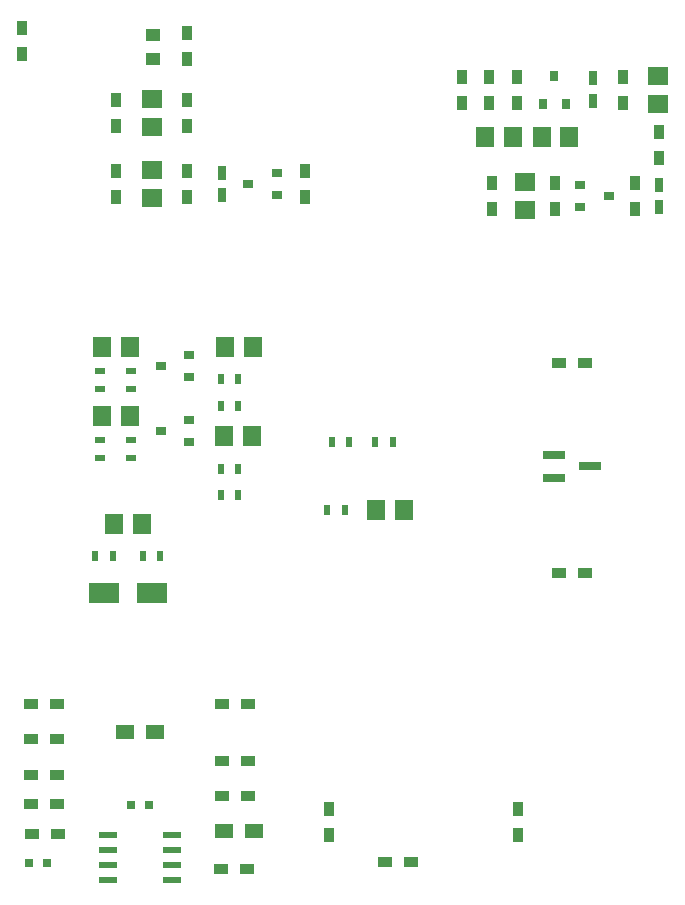
<source format=gtp>
%MOIN*%
%OFA0B0*%
%FSLAX46Y46*%
%IPPOS*%
%LPD*%
%ADD10C,0.0039370078740157488*%
%ADD11R,0.035433070866141732X0.047244094488188976*%
%ADD12R,0.047244094488188976X0.035433070866141732*%
%ADD23C,0.0039370078740157488*%
%ADD34C,0.0039370078740157488*%
%ADD35R,0.035433070866141732X0.047244094488188976*%
%ADD36R,0.0709X0.061000000000000006*%
%ADD37R,0.029527559055118113X0.047244094488188976*%
%ADD38R,0.035433070866141732X0.031496062992125991*%
%ADD39R,0.049212598425196853X0.03937007874015748*%
%ADD50C,0.0039370078740157488*%
%ADD51R,0.031496062992125991X0.035433070866141732*%
%ADD52R,0.035433070866141732X0.047244094488188976*%
%ADD53R,0.029527559055118113X0.047244094488188976*%
%ADD54R,0.0709X0.061000000000000006*%
%ADD55R,0.061000000000000006X0.0709*%
%ADD56R,0.035433070866141732X0.031496062992125991*%
%ADD67C,0.0039370078740157488*%
%ADD68R,0.074803149606299218X0.031496062992125991*%
%ADD69R,0.047244094488188976X0.035433070866141732*%
%ADD80C,0.0039370078740157488*%
%ADD81R,0.0610236220472441X0.023622047244094488*%
%ADD82R,0.047244094488188976X0.035433070866141732*%
%ADD83R,0.059055118110236227X0.049212598425196853*%
%ADD84R,0.031496062992125991X0.029527559055118113*%
%ADD95C,0.0039370078740157488*%
%ADD96R,0.01968503937007874X0.035433070866141732*%
%ADD97R,0.061000000000000006X0.0709*%
%ADD98R,0.035433070866141732X0.031496062992125991*%
%ADD99R,0.035433070866141732X0.01968503937007874*%
%ADD100R,0.0984X0.0709*%
%LPD*%
G01*
D10*
D11*
X-0005472440Y0004645669D02*
X0001102362Y0000429133D03*
X0001102362Y0000515746D03*
X0001732283Y0000515746D03*
X0001732283Y0000429133D03*
D12*
X0001291338Y0000338582D03*
X0001377952Y0000338582D03*
G01*
D23*
G01*
D34*
D35*
X-0005236220Y0006299212D02*
X0000393700Y0002555118D03*
X0000393700Y0002641731D03*
D36*
X0000511811Y0002644725D03*
X0000511811Y0002552125D03*
D37*
X0000748031Y0002635826D03*
X0000748031Y0002561023D03*
D36*
X0000511811Y0002788344D03*
X0000511811Y0002880945D03*
D38*
X0000929133Y0002561023D03*
X0000929133Y0002635826D03*
X0000834645Y0002598425D03*
D35*
X0000629921Y0002641731D03*
X0000629921Y0002555118D03*
X0001023622Y0002641731D03*
X0001023622Y0002555118D03*
X0000393700Y0002791338D03*
X0000393700Y0002877952D03*
X0000629921Y0002877952D03*
X0000629921Y0002791338D03*
X0000629921Y0003015748D03*
X0000629921Y0003102362D03*
X0000078740Y0003031496D03*
X0000078740Y0003118110D03*
D39*
X0000515746Y0003094488D03*
X0000515746Y0003015748D03*
G04 next file*
%LPD*%
G01*
D50*
D51*
X-0004763779Y0005984251D02*
X0001816928Y0002866141D03*
X0001891732Y0002866141D03*
X0001854330Y0002960629D03*
D52*
X0001728346Y0002956692D03*
X0001728346Y0002870078D03*
D53*
X0001984251Y0002875984D03*
X0001984251Y0002950787D03*
D54*
X0002200787Y0002867085D03*
X0002200787Y0002959685D03*
D55*
X0001811967Y0002755905D03*
X0001904567Y0002755905D03*
X0001622990Y0002755905D03*
X0001715591Y0002755905D03*
D53*
X0002204724Y0002596456D03*
X0002204724Y0002521653D03*
D54*
X0001755905Y0002512755D03*
X0001755905Y0002605355D03*
D56*
X0001940944Y0002596456D03*
X0001940944Y0002521653D03*
X0002035432Y0002559055D03*
D52*
X0002082677Y0002870078D03*
X0002082677Y0002956692D03*
X0001637795Y0002956692D03*
X0001637795Y0002870078D03*
X0002122047Y0002602362D03*
X0002122047Y0002515748D03*
X0001858267Y0002515748D03*
X0001858267Y0002602362D03*
X0001645668Y0002515748D03*
X0001645668Y0002602362D03*
X0001547244Y0002956692D03*
X0001547244Y0002870078D03*
X0002204724Y0002771653D03*
X0002204724Y0002685039D03*
G01*
D67*
D68*
X-0005354330Y0004881889D02*
X0001854330Y0001694881D03*
X0001854330Y0001620077D03*
X0001972440Y0001657480D03*
D69*
X0001956692Y0002003937D03*
X0001870078Y0002003937D03*
X0001870078Y0001303148D03*
X0001956692Y0001303148D03*
G04 next file*
G01*
D80*
D81*
X-0005511811Y0003740157D02*
X0000578740Y0000279330D03*
X0000578740Y0000329330D03*
X0000578740Y0000379330D03*
X0000578740Y0000429330D03*
X0000366141Y0000429330D03*
X0000366141Y0000379330D03*
X0000366141Y0000329330D03*
X0000366141Y0000279330D03*
D82*
X0000114173Y0000433070D03*
X0000200787Y0000433070D03*
X0000834645Y0000559055D03*
X0000748031Y0000559055D03*
X0000748031Y0000866141D03*
X0000834645Y0000866141D03*
D83*
X0000753937Y0000440943D03*
X0000852362Y0000440943D03*
D82*
X0000748031Y0000677165D03*
X0000834645Y0000677165D03*
X0000110235Y0000531496D03*
X0000196850Y0000531496D03*
X0000110235Y0000748031D03*
X0000196850Y0000748031D03*
X0000110235Y0000866141D03*
X0000196850Y0000866141D03*
X0000110235Y0000629921D03*
X0000196850Y0000629921D03*
D83*
X0000423227Y0000771653D03*
X0000521653Y0000771653D03*
D84*
X0000442913Y0000527559D03*
X0000501967Y0000527559D03*
X0000104330Y0000334645D03*
X0000163385Y0000334645D03*
D82*
X0000744094Y0000314960D03*
X0000830708Y0000314960D03*
G04 next file*
G04 #@! TF.FileFunction,Paste,Top*
G04 Gerber Fmt 4.6, Leading zero omitted, Abs format (unit mm)*
G04 Created by KiCad (PCBNEW 4.0.4-1.fc24-product) date Thu Mar  1 09:38:40 2018*
G01*
G04 APERTURE LIST*
G04 APERTURE END LIST*
D95*
D96*
X-0004921259Y0005196850D02*
X0000324803Y0001358267D03*
X0000383858Y0001358267D03*
D97*
X0000440000Y0002055117D03*
X0000347400Y0002055117D03*
X0000440000Y0001826771D03*
X0000347400Y0001826771D03*
X0000756849Y0002055117D03*
X0000849448Y0002055117D03*
X0000752912Y0001759842D03*
X0000845511Y0001759842D03*
X0000386770Y0001464566D03*
X0000479370Y0001464566D03*
X0001259842Y0001511811D03*
X0001352442Y0001511811D03*
D98*
X0000637795Y0001954724D03*
X0000637795Y0002029526D03*
X0000543307Y0001992125D03*
X0000637795Y0001738188D03*
X0000637795Y0001812992D03*
X0000543307Y0001775589D03*
D99*
X0000338582Y0001974409D03*
X0000338582Y0001915354D03*
X0000338582Y0001746062D03*
X0000338582Y0001687007D03*
X0000444881Y0001974409D03*
X0000444881Y0001915354D03*
X0000444881Y0001744094D03*
X0000444881Y0001685039D03*
D96*
X0000482282Y0001358267D03*
X0000541338Y0001358267D03*
X0001155511Y0001511811D03*
X0001096456Y0001511811D03*
X0001316929Y0001740157D03*
X0001257873Y0001740157D03*
X0001171259Y0001740157D03*
X0001112204Y0001740157D03*
D100*
X0000354369Y0001236220D03*
X0000511769Y0001236220D03*
D96*
X0000742125Y0001860236D03*
X0000801181Y0001860236D03*
X0000801181Y0001562992D03*
X0000742125Y0001562992D03*
X0000801181Y0001948818D03*
X0000742125Y0001948818D03*
X0000801181Y0001649606D03*
X0000742125Y0001649606D03*
M02*
</source>
